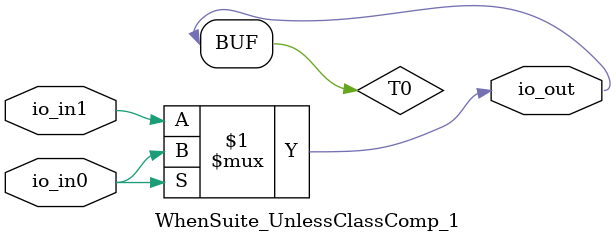
<source format=v>
module WhenSuite_UnlessClassComp_1(
    input io_in0,
    input io_in1,
    output io_out
);

  wire T0;
  wire T1;

  assign io_out = T0;
  assign T0 = T1 ? io_in1 : io_in0;
  assign T1 = ! io_in0;
endmodule


</source>
